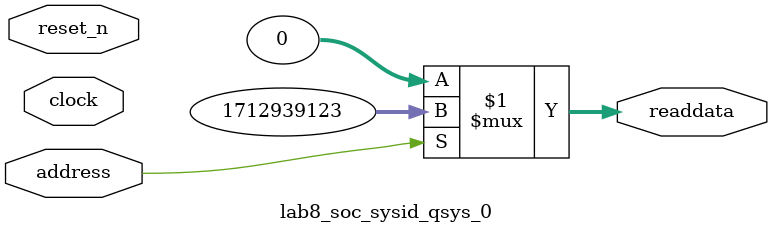
<source format=v>



// synthesis translate_off
`timescale 1ns / 1ps
// synthesis translate_on

// turn off superfluous verilog processor warnings 
// altera message_level Level1 
// altera message_off 10034 10035 10036 10037 10230 10240 10030 

module lab8_soc_sysid_qsys_0 (
               // inputs:
                address,
                clock,
                reset_n,

               // outputs:
                readdata
             )
;

  output  [ 31: 0] readdata;
  input            address;
  input            clock;
  input            reset_n;

  wire    [ 31: 0] readdata;
  //control_slave, which is an e_avalon_slave
  assign readdata = address ? 1712939123 : 0;

endmodule



</source>
